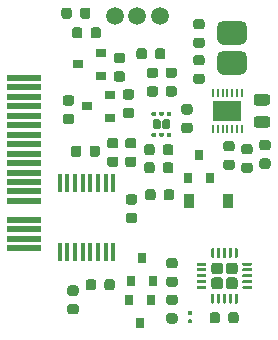
<source format=gbr>
G04 #@! TF.GenerationSoftware,KiCad,Pcbnew,(5.1.7)-1*
G04 #@! TF.CreationDate,2021-01-26T15:50:25-05:00*
G04 #@! TF.ProjectId,SmartWatch V5,536d6172-7457-4617-9463-682056352e6b,rev?*
G04 #@! TF.SameCoordinates,Original*
G04 #@! TF.FileFunction,Paste,Bot*
G04 #@! TF.FilePolarity,Positive*
%FSLAX46Y46*%
G04 Gerber Fmt 4.6, Leading zero omitted, Abs format (unit mm)*
G04 Created by KiCad (PCBNEW (5.1.7)-1) date 2021-01-26 15:50:25*
%MOMM*%
%LPD*%
G01*
G04 APERTURE LIST*
%ADD10R,0.900000X0.800000*%
%ADD11R,0.450000X1.500000*%
%ADD12R,2.387600X1.803400*%
%ADD13R,0.152400X0.711200*%
%ADD14R,0.800000X0.900000*%
%ADD15C,1.500000*%
%ADD16R,0.900000X1.200000*%
%ADD17R,3.000000X0.500000*%
G04 APERTURE END LIST*
G36*
G01*
X87378250Y-79431500D02*
X86865750Y-79431500D01*
G75*
G02*
X86647000Y-79212750I0J218750D01*
G01*
X86647000Y-78775250D01*
G75*
G02*
X86865750Y-78556500I218750J0D01*
G01*
X87378250Y-78556500D01*
G75*
G02*
X87597000Y-78775250I0J-218750D01*
G01*
X87597000Y-79212750D01*
G75*
G02*
X87378250Y-79431500I-218750J0D01*
G01*
G37*
G36*
G01*
X87378250Y-81006500D02*
X86865750Y-81006500D01*
G75*
G02*
X86647000Y-80787750I0J218750D01*
G01*
X86647000Y-80350250D01*
G75*
G02*
X86865750Y-80131500I218750J0D01*
G01*
X87378250Y-80131500D01*
G75*
G02*
X87597000Y-80350250I0J-218750D01*
G01*
X87597000Y-80787750D01*
G75*
G02*
X87378250Y-81006500I-218750J0D01*
G01*
G37*
G36*
G01*
X88996000Y-73535250D02*
X88996000Y-73022750D01*
G75*
G02*
X89214750Y-72804000I218750J0D01*
G01*
X89652250Y-72804000D01*
G75*
G02*
X89871000Y-73022750I0J-218750D01*
G01*
X89871000Y-73535250D01*
G75*
G02*
X89652250Y-73754000I-218750J0D01*
G01*
X89214750Y-73754000D01*
G75*
G02*
X88996000Y-73535250I0J218750D01*
G01*
G37*
G36*
G01*
X87421000Y-73535250D02*
X87421000Y-73022750D01*
G75*
G02*
X87639750Y-72804000I218750J0D01*
G01*
X88077250Y-72804000D01*
G75*
G02*
X88296000Y-73022750I0J-218750D01*
G01*
X88296000Y-73535250D01*
G75*
G02*
X88077250Y-73754000I-218750J0D01*
G01*
X87639750Y-73754000D01*
G75*
G02*
X87421000Y-73535250I0J218750D01*
G01*
G37*
G36*
G01*
X87246750Y-96235000D02*
X87759250Y-96235000D01*
G75*
G02*
X87978000Y-96453750I0J-218750D01*
G01*
X87978000Y-96891250D01*
G75*
G02*
X87759250Y-97110000I-218750J0D01*
G01*
X87246750Y-97110000D01*
G75*
G02*
X87028000Y-96891250I0J218750D01*
G01*
X87028000Y-96453750D01*
G75*
G02*
X87246750Y-96235000I218750J0D01*
G01*
G37*
G36*
G01*
X87246750Y-94660000D02*
X87759250Y-94660000D01*
G75*
G02*
X87978000Y-94878750I0J-218750D01*
G01*
X87978000Y-95316250D01*
G75*
G02*
X87759250Y-95535000I-218750J0D01*
G01*
X87246750Y-95535000D01*
G75*
G02*
X87028000Y-95316250I0J218750D01*
G01*
X87028000Y-94878750D01*
G75*
G02*
X87246750Y-94660000I218750J0D01*
G01*
G37*
G36*
G01*
X87407000Y-71371750D02*
X87407000Y-71884250D01*
G75*
G02*
X87188250Y-72103000I-218750J0D01*
G01*
X86750750Y-72103000D01*
G75*
G02*
X86532000Y-71884250I0J218750D01*
G01*
X86532000Y-71371750D01*
G75*
G02*
X86750750Y-71153000I218750J0D01*
G01*
X87188250Y-71153000D01*
G75*
G02*
X87407000Y-71371750I0J-218750D01*
G01*
G37*
G36*
G01*
X88982000Y-71371750D02*
X88982000Y-71884250D01*
G75*
G02*
X88763250Y-72103000I-218750J0D01*
G01*
X88325750Y-72103000D01*
G75*
G02*
X88107000Y-71884250I0J218750D01*
G01*
X88107000Y-71371750D01*
G75*
G02*
X88325750Y-71153000I218750J0D01*
G01*
X88763250Y-71153000D01*
G75*
G02*
X88982000Y-71371750I0J-218750D01*
G01*
G37*
G36*
G01*
X95193500Y-87251250D02*
X95193500Y-86738750D01*
G75*
G02*
X95412250Y-86520000I218750J0D01*
G01*
X95849750Y-86520000D01*
G75*
G02*
X96068500Y-86738750I0J-218750D01*
G01*
X96068500Y-87251250D01*
G75*
G02*
X95849750Y-87470000I-218750J0D01*
G01*
X95412250Y-87470000D01*
G75*
G02*
X95193500Y-87251250I0J218750D01*
G01*
G37*
G36*
G01*
X93618500Y-87251250D02*
X93618500Y-86738750D01*
G75*
G02*
X93837250Y-86520000I218750J0D01*
G01*
X94274750Y-86520000D01*
G75*
G02*
X94493500Y-86738750I0J-218750D01*
G01*
X94493500Y-87251250D01*
G75*
G02*
X94274750Y-87470000I-218750J0D01*
G01*
X93837250Y-87470000D01*
G75*
G02*
X93618500Y-87251250I0J218750D01*
G01*
G37*
G36*
G01*
X93757000Y-74800750D02*
X93757000Y-75313250D01*
G75*
G02*
X93538250Y-75532000I-218750J0D01*
G01*
X93100750Y-75532000D01*
G75*
G02*
X92882000Y-75313250I0J218750D01*
G01*
X92882000Y-74800750D01*
G75*
G02*
X93100750Y-74582000I218750J0D01*
G01*
X93538250Y-74582000D01*
G75*
G02*
X93757000Y-74800750I0J-218750D01*
G01*
G37*
G36*
G01*
X95332000Y-74800750D02*
X95332000Y-75313250D01*
G75*
G02*
X95113250Y-75532000I-218750J0D01*
G01*
X94675750Y-75532000D01*
G75*
G02*
X94457000Y-75313250I0J218750D01*
G01*
X94457000Y-74800750D01*
G75*
G02*
X94675750Y-74582000I218750J0D01*
G01*
X95113250Y-74582000D01*
G75*
G02*
X95332000Y-74800750I0J-218750D01*
G01*
G37*
D10*
X87900000Y-75946000D03*
X89900000Y-76896000D03*
X89900000Y-74996000D03*
D11*
X90921000Y-85950000D03*
X90271000Y-85950000D03*
X89621000Y-85950000D03*
X88971000Y-85950000D03*
X88321000Y-85950000D03*
X87671000Y-85950000D03*
X87021000Y-85950000D03*
X86371000Y-85950000D03*
X86371000Y-91850000D03*
X87021000Y-91850000D03*
X87671000Y-91850000D03*
X88321000Y-91850000D03*
X88971000Y-91850000D03*
X89621000Y-91850000D03*
X90271000Y-91850000D03*
X90921000Y-91850000D03*
G36*
G01*
X95223500Y-80591000D02*
X95568500Y-80591000D01*
G75*
G02*
X95741000Y-80763500I0J-172500D01*
G01*
X95741000Y-81288500D01*
G75*
G02*
X95568500Y-81461000I-172500J0D01*
G01*
X95223500Y-81461000D01*
G75*
G02*
X95051000Y-81288500I0J172500D01*
G01*
X95051000Y-80763500D01*
G75*
G02*
X95223500Y-80591000I172500J0D01*
G01*
G37*
G36*
G01*
X94423500Y-80591000D02*
X94768500Y-80591000D01*
G75*
G02*
X94941000Y-80763500I0J-172500D01*
G01*
X94941000Y-81288500D01*
G75*
G02*
X94768500Y-81461000I-172500J0D01*
G01*
X94423500Y-81461000D01*
G75*
G02*
X94251000Y-81288500I0J172500D01*
G01*
X94251000Y-80763500D01*
G75*
G02*
X94423500Y-80591000I172500J0D01*
G01*
G37*
G36*
G01*
X94239750Y-81726000D02*
X94452250Y-81726000D01*
G75*
G02*
X94546000Y-81819750I0J-93750D01*
G01*
X94546000Y-82007250D01*
G75*
G02*
X94452250Y-82101000I-93750J0D01*
G01*
X94239750Y-82101000D01*
G75*
G02*
X94146000Y-82007250I0J93750D01*
G01*
X94146000Y-81819750D01*
G75*
G02*
X94239750Y-81726000I93750J0D01*
G01*
G37*
G36*
G01*
X94889750Y-81726000D02*
X95102250Y-81726000D01*
G75*
G02*
X95196000Y-81819750I0J-93750D01*
G01*
X95196000Y-82007250D01*
G75*
G02*
X95102250Y-82101000I-93750J0D01*
G01*
X94889750Y-82101000D01*
G75*
G02*
X94796000Y-82007250I0J93750D01*
G01*
X94796000Y-81819750D01*
G75*
G02*
X94889750Y-81726000I93750J0D01*
G01*
G37*
G36*
G01*
X95539750Y-81726000D02*
X95752250Y-81726000D01*
G75*
G02*
X95846000Y-81819750I0J-93750D01*
G01*
X95846000Y-82007250D01*
G75*
G02*
X95752250Y-82101000I-93750J0D01*
G01*
X95539750Y-82101000D01*
G75*
G02*
X95446000Y-82007250I0J93750D01*
G01*
X95446000Y-81819750D01*
G75*
G02*
X95539750Y-81726000I93750J0D01*
G01*
G37*
G36*
G01*
X95539750Y-79951000D02*
X95752250Y-79951000D01*
G75*
G02*
X95846000Y-80044750I0J-93750D01*
G01*
X95846000Y-80232250D01*
G75*
G02*
X95752250Y-80326000I-93750J0D01*
G01*
X95539750Y-80326000D01*
G75*
G02*
X95446000Y-80232250I0J93750D01*
G01*
X95446000Y-80044750D01*
G75*
G02*
X95539750Y-79951000I93750J0D01*
G01*
G37*
G36*
G01*
X94889750Y-79951000D02*
X95102250Y-79951000D01*
G75*
G02*
X95196000Y-80044750I0J-93750D01*
G01*
X95196000Y-80232250D01*
G75*
G02*
X95102250Y-80326000I-93750J0D01*
G01*
X94889750Y-80326000D01*
G75*
G02*
X94796000Y-80232250I0J93750D01*
G01*
X94796000Y-80044750D01*
G75*
G02*
X94889750Y-79951000I93750J0D01*
G01*
G37*
G36*
G01*
X94239750Y-79951000D02*
X94452250Y-79951000D01*
G75*
G02*
X94546000Y-80044750I0J-93750D01*
G01*
X94546000Y-80232250D01*
G75*
G02*
X94452250Y-80326000I-93750J0D01*
G01*
X94239750Y-80326000D01*
G75*
G02*
X94146000Y-80232250I0J93750D01*
G01*
X94146000Y-80044750D01*
G75*
G02*
X94239750Y-79951000I93750J0D01*
G01*
G37*
G36*
G01*
X98042500Y-92728000D02*
X98742500Y-92728000D01*
G75*
G02*
X98805000Y-92790500I0J-62500D01*
G01*
X98805000Y-92915500D01*
G75*
G02*
X98742500Y-92978000I-62500J0D01*
G01*
X98042500Y-92978000D01*
G75*
G02*
X97980000Y-92915500I0J62500D01*
G01*
X97980000Y-92790500D01*
G75*
G02*
X98042500Y-92728000I62500J0D01*
G01*
G37*
G36*
G01*
X98042500Y-93228000D02*
X98742500Y-93228000D01*
G75*
G02*
X98805000Y-93290500I0J-62500D01*
G01*
X98805000Y-93415500D01*
G75*
G02*
X98742500Y-93478000I-62500J0D01*
G01*
X98042500Y-93478000D01*
G75*
G02*
X97980000Y-93415500I0J62500D01*
G01*
X97980000Y-93290500D01*
G75*
G02*
X98042500Y-93228000I62500J0D01*
G01*
G37*
G36*
G01*
X98042500Y-93728000D02*
X98742500Y-93728000D01*
G75*
G02*
X98805000Y-93790500I0J-62500D01*
G01*
X98805000Y-93915500D01*
G75*
G02*
X98742500Y-93978000I-62500J0D01*
G01*
X98042500Y-93978000D01*
G75*
G02*
X97980000Y-93915500I0J62500D01*
G01*
X97980000Y-93790500D01*
G75*
G02*
X98042500Y-93728000I62500J0D01*
G01*
G37*
G36*
G01*
X98042500Y-94228000D02*
X98742500Y-94228000D01*
G75*
G02*
X98805000Y-94290500I0J-62500D01*
G01*
X98805000Y-94415500D01*
G75*
G02*
X98742500Y-94478000I-62500J0D01*
G01*
X98042500Y-94478000D01*
G75*
G02*
X97980000Y-94415500I0J62500D01*
G01*
X97980000Y-94290500D01*
G75*
G02*
X98042500Y-94228000I62500J0D01*
G01*
G37*
G36*
G01*
X98042500Y-94728000D02*
X98742500Y-94728000D01*
G75*
G02*
X98805000Y-94790500I0J-62500D01*
G01*
X98805000Y-94915500D01*
G75*
G02*
X98742500Y-94978000I-62500J0D01*
G01*
X98042500Y-94978000D01*
G75*
G02*
X97980000Y-94915500I0J62500D01*
G01*
X97980000Y-94790500D01*
G75*
G02*
X98042500Y-94728000I62500J0D01*
G01*
G37*
G36*
G01*
X99267500Y-95378000D02*
X99392500Y-95378000D01*
G75*
G02*
X99455000Y-95440500I0J-62500D01*
G01*
X99455000Y-96140500D01*
G75*
G02*
X99392500Y-96203000I-62500J0D01*
G01*
X99267500Y-96203000D01*
G75*
G02*
X99205000Y-96140500I0J62500D01*
G01*
X99205000Y-95440500D01*
G75*
G02*
X99267500Y-95378000I62500J0D01*
G01*
G37*
G36*
G01*
X99767500Y-95378000D02*
X99892500Y-95378000D01*
G75*
G02*
X99955000Y-95440500I0J-62500D01*
G01*
X99955000Y-96140500D01*
G75*
G02*
X99892500Y-96203000I-62500J0D01*
G01*
X99767500Y-96203000D01*
G75*
G02*
X99705000Y-96140500I0J62500D01*
G01*
X99705000Y-95440500D01*
G75*
G02*
X99767500Y-95378000I62500J0D01*
G01*
G37*
G36*
G01*
X100267500Y-95378000D02*
X100392500Y-95378000D01*
G75*
G02*
X100455000Y-95440500I0J-62500D01*
G01*
X100455000Y-96140500D01*
G75*
G02*
X100392500Y-96203000I-62500J0D01*
G01*
X100267500Y-96203000D01*
G75*
G02*
X100205000Y-96140500I0J62500D01*
G01*
X100205000Y-95440500D01*
G75*
G02*
X100267500Y-95378000I62500J0D01*
G01*
G37*
G36*
G01*
X100767500Y-95378000D02*
X100892500Y-95378000D01*
G75*
G02*
X100955000Y-95440500I0J-62500D01*
G01*
X100955000Y-96140500D01*
G75*
G02*
X100892500Y-96203000I-62500J0D01*
G01*
X100767500Y-96203000D01*
G75*
G02*
X100705000Y-96140500I0J62500D01*
G01*
X100705000Y-95440500D01*
G75*
G02*
X100767500Y-95378000I62500J0D01*
G01*
G37*
G36*
G01*
X101267500Y-95378000D02*
X101392500Y-95378000D01*
G75*
G02*
X101455000Y-95440500I0J-62500D01*
G01*
X101455000Y-96140500D01*
G75*
G02*
X101392500Y-96203000I-62500J0D01*
G01*
X101267500Y-96203000D01*
G75*
G02*
X101205000Y-96140500I0J62500D01*
G01*
X101205000Y-95440500D01*
G75*
G02*
X101267500Y-95378000I62500J0D01*
G01*
G37*
G36*
G01*
X101917500Y-94728000D02*
X102617500Y-94728000D01*
G75*
G02*
X102680000Y-94790500I0J-62500D01*
G01*
X102680000Y-94915500D01*
G75*
G02*
X102617500Y-94978000I-62500J0D01*
G01*
X101917500Y-94978000D01*
G75*
G02*
X101855000Y-94915500I0J62500D01*
G01*
X101855000Y-94790500D01*
G75*
G02*
X101917500Y-94728000I62500J0D01*
G01*
G37*
G36*
G01*
X101917500Y-94228000D02*
X102617500Y-94228000D01*
G75*
G02*
X102680000Y-94290500I0J-62500D01*
G01*
X102680000Y-94415500D01*
G75*
G02*
X102617500Y-94478000I-62500J0D01*
G01*
X101917500Y-94478000D01*
G75*
G02*
X101855000Y-94415500I0J62500D01*
G01*
X101855000Y-94290500D01*
G75*
G02*
X101917500Y-94228000I62500J0D01*
G01*
G37*
G36*
G01*
X101917500Y-93728000D02*
X102617500Y-93728000D01*
G75*
G02*
X102680000Y-93790500I0J-62500D01*
G01*
X102680000Y-93915500D01*
G75*
G02*
X102617500Y-93978000I-62500J0D01*
G01*
X101917500Y-93978000D01*
G75*
G02*
X101855000Y-93915500I0J62500D01*
G01*
X101855000Y-93790500D01*
G75*
G02*
X101917500Y-93728000I62500J0D01*
G01*
G37*
G36*
G01*
X101917500Y-93228000D02*
X102617500Y-93228000D01*
G75*
G02*
X102680000Y-93290500I0J-62500D01*
G01*
X102680000Y-93415500D01*
G75*
G02*
X102617500Y-93478000I-62500J0D01*
G01*
X101917500Y-93478000D01*
G75*
G02*
X101855000Y-93415500I0J62500D01*
G01*
X101855000Y-93290500D01*
G75*
G02*
X101917500Y-93228000I62500J0D01*
G01*
G37*
G36*
G01*
X101917500Y-92728000D02*
X102617500Y-92728000D01*
G75*
G02*
X102680000Y-92790500I0J-62500D01*
G01*
X102680000Y-92915500D01*
G75*
G02*
X102617500Y-92978000I-62500J0D01*
G01*
X101917500Y-92978000D01*
G75*
G02*
X101855000Y-92915500I0J62500D01*
G01*
X101855000Y-92790500D01*
G75*
G02*
X101917500Y-92728000I62500J0D01*
G01*
G37*
G36*
G01*
X101267500Y-91503000D02*
X101392500Y-91503000D01*
G75*
G02*
X101455000Y-91565500I0J-62500D01*
G01*
X101455000Y-92265500D01*
G75*
G02*
X101392500Y-92328000I-62500J0D01*
G01*
X101267500Y-92328000D01*
G75*
G02*
X101205000Y-92265500I0J62500D01*
G01*
X101205000Y-91565500D01*
G75*
G02*
X101267500Y-91503000I62500J0D01*
G01*
G37*
G36*
G01*
X100767500Y-91503000D02*
X100892500Y-91503000D01*
G75*
G02*
X100955000Y-91565500I0J-62500D01*
G01*
X100955000Y-92265500D01*
G75*
G02*
X100892500Y-92328000I-62500J0D01*
G01*
X100767500Y-92328000D01*
G75*
G02*
X100705000Y-92265500I0J62500D01*
G01*
X100705000Y-91565500D01*
G75*
G02*
X100767500Y-91503000I62500J0D01*
G01*
G37*
G36*
G01*
X100267500Y-91503000D02*
X100392500Y-91503000D01*
G75*
G02*
X100455000Y-91565500I0J-62500D01*
G01*
X100455000Y-92265500D01*
G75*
G02*
X100392500Y-92328000I-62500J0D01*
G01*
X100267500Y-92328000D01*
G75*
G02*
X100205000Y-92265500I0J62500D01*
G01*
X100205000Y-91565500D01*
G75*
G02*
X100267500Y-91503000I62500J0D01*
G01*
G37*
G36*
G01*
X99767500Y-91503000D02*
X99892500Y-91503000D01*
G75*
G02*
X99955000Y-91565500I0J-62500D01*
G01*
X99955000Y-92265500D01*
G75*
G02*
X99892500Y-92328000I-62500J0D01*
G01*
X99767500Y-92328000D01*
G75*
G02*
X99705000Y-92265500I0J62500D01*
G01*
X99705000Y-91565500D01*
G75*
G02*
X99767500Y-91503000I62500J0D01*
G01*
G37*
G36*
G01*
X99267500Y-91503000D02*
X99392500Y-91503000D01*
G75*
G02*
X99455000Y-91565500I0J-62500D01*
G01*
X99455000Y-92265500D01*
G75*
G02*
X99392500Y-92328000I-62500J0D01*
G01*
X99267500Y-92328000D01*
G75*
G02*
X99205000Y-92265500I0J62500D01*
G01*
X99205000Y-91565500D01*
G75*
G02*
X99267500Y-91503000I62500J0D01*
G01*
G37*
G36*
G01*
X100700000Y-93973000D02*
X101210000Y-93973000D01*
G75*
G02*
X101460000Y-94223000I0J-250000D01*
G01*
X101460000Y-94733000D01*
G75*
G02*
X101210000Y-94983000I-250000J0D01*
G01*
X100700000Y-94983000D01*
G75*
G02*
X100450000Y-94733000I0J250000D01*
G01*
X100450000Y-94223000D01*
G75*
G02*
X100700000Y-93973000I250000J0D01*
G01*
G37*
G36*
G01*
X99450000Y-93973000D02*
X99960000Y-93973000D01*
G75*
G02*
X100210000Y-94223000I0J-250000D01*
G01*
X100210000Y-94733000D01*
G75*
G02*
X99960000Y-94983000I-250000J0D01*
G01*
X99450000Y-94983000D01*
G75*
G02*
X99200000Y-94733000I0J250000D01*
G01*
X99200000Y-94223000D01*
G75*
G02*
X99450000Y-93973000I250000J0D01*
G01*
G37*
G36*
G01*
X100700000Y-92723000D02*
X101210000Y-92723000D01*
G75*
G02*
X101460000Y-92973000I0J-250000D01*
G01*
X101460000Y-93483000D01*
G75*
G02*
X101210000Y-93733000I-250000J0D01*
G01*
X100700000Y-93733000D01*
G75*
G02*
X100450000Y-93483000I0J250000D01*
G01*
X100450000Y-92973000D01*
G75*
G02*
X100700000Y-92723000I250000J0D01*
G01*
G37*
G36*
G01*
X99450000Y-92723000D02*
X99960000Y-92723000D01*
G75*
G02*
X100210000Y-92973000I0J-250000D01*
G01*
X100210000Y-93483000D01*
G75*
G02*
X99960000Y-93733000I-250000J0D01*
G01*
X99450000Y-93733000D01*
G75*
G02*
X99200000Y-93483000I0J250000D01*
G01*
X99200000Y-92973000D01*
G75*
G02*
X99450000Y-92723000I250000J0D01*
G01*
G37*
D12*
X100584000Y-79883000D03*
D13*
X99384000Y-81381600D03*
X99783999Y-81381600D03*
X100184001Y-81381600D03*
X100584000Y-81381600D03*
X100983999Y-81381600D03*
X101384001Y-81381600D03*
X101784000Y-81381600D03*
X101784000Y-78384400D03*
X101384001Y-78384400D03*
X100983999Y-78384400D03*
X100584000Y-78384400D03*
X100184001Y-78384400D03*
X99783999Y-78384400D03*
X99384000Y-78384400D03*
G36*
G01*
X91183750Y-76550000D02*
X91696250Y-76550000D01*
G75*
G02*
X91915000Y-76768750I0J-218750D01*
G01*
X91915000Y-77206250D01*
G75*
G02*
X91696250Y-77425000I-218750J0D01*
G01*
X91183750Y-77425000D01*
G75*
G02*
X90965000Y-77206250I0J218750D01*
G01*
X90965000Y-76768750D01*
G75*
G02*
X91183750Y-76550000I218750J0D01*
G01*
G37*
G36*
G01*
X91183750Y-74975000D02*
X91696250Y-74975000D01*
G75*
G02*
X91915000Y-75193750I0J-218750D01*
G01*
X91915000Y-75631250D01*
G75*
G02*
X91696250Y-75850000I-218750J0D01*
G01*
X91183750Y-75850000D01*
G75*
G02*
X90965000Y-75631250I0J218750D01*
G01*
X90965000Y-75193750D01*
G75*
G02*
X91183750Y-74975000I218750J0D01*
G01*
G37*
G36*
G01*
X103048750Y-80333000D02*
X103961250Y-80333000D01*
G75*
G02*
X104205000Y-80576750I0J-243750D01*
G01*
X104205000Y-81064250D01*
G75*
G02*
X103961250Y-81308000I-243750J0D01*
G01*
X103048750Y-81308000D01*
G75*
G02*
X102805000Y-81064250I0J243750D01*
G01*
X102805000Y-80576750D01*
G75*
G02*
X103048750Y-80333000I243750J0D01*
G01*
G37*
G36*
G01*
X103048750Y-78458000D02*
X103961250Y-78458000D01*
G75*
G02*
X104205000Y-78701750I0J-243750D01*
G01*
X104205000Y-79189250D01*
G75*
G02*
X103961250Y-79433000I-243750J0D01*
G01*
X103048750Y-79433000D01*
G75*
G02*
X102805000Y-79189250I0J243750D01*
G01*
X102805000Y-78701750D01*
G75*
G02*
X103048750Y-78458000I243750J0D01*
G01*
G37*
G36*
G01*
X91945750Y-79623500D02*
X92458250Y-79623500D01*
G75*
G02*
X92677000Y-79842250I0J-218750D01*
G01*
X92677000Y-80279750D01*
G75*
G02*
X92458250Y-80498500I-218750J0D01*
G01*
X91945750Y-80498500D01*
G75*
G02*
X91727000Y-80279750I0J218750D01*
G01*
X91727000Y-79842250D01*
G75*
G02*
X91945750Y-79623500I218750J0D01*
G01*
G37*
G36*
G01*
X91945750Y-78048500D02*
X92458250Y-78048500D01*
G75*
G02*
X92677000Y-78267250I0J-218750D01*
G01*
X92677000Y-78704750D01*
G75*
G02*
X92458250Y-78923500I-218750J0D01*
G01*
X91945750Y-78923500D01*
G75*
G02*
X91727000Y-78704750I0J218750D01*
G01*
X91727000Y-78267250D01*
G75*
G02*
X91945750Y-78048500I218750J0D01*
G01*
G37*
G36*
G01*
X92712250Y-87813500D02*
X92199750Y-87813500D01*
G75*
G02*
X91981000Y-87594750I0J218750D01*
G01*
X91981000Y-87157250D01*
G75*
G02*
X92199750Y-86938500I218750J0D01*
G01*
X92712250Y-86938500D01*
G75*
G02*
X92931000Y-87157250I0J-218750D01*
G01*
X92931000Y-87594750D01*
G75*
G02*
X92712250Y-87813500I-218750J0D01*
G01*
G37*
G36*
G01*
X92712250Y-89388500D02*
X92199750Y-89388500D01*
G75*
G02*
X91981000Y-89169750I0J218750D01*
G01*
X91981000Y-88732250D01*
G75*
G02*
X92199750Y-88513500I218750J0D01*
G01*
X92712250Y-88513500D01*
G75*
G02*
X92931000Y-88732250I0J-218750D01*
G01*
X92931000Y-89169750D01*
G75*
G02*
X92712250Y-89388500I-218750J0D01*
G01*
G37*
G36*
G01*
X100967250Y-83317500D02*
X100454750Y-83317500D01*
G75*
G02*
X100236000Y-83098750I0J218750D01*
G01*
X100236000Y-82661250D01*
G75*
G02*
X100454750Y-82442500I218750J0D01*
G01*
X100967250Y-82442500D01*
G75*
G02*
X101186000Y-82661250I0J-218750D01*
G01*
X101186000Y-83098750D01*
G75*
G02*
X100967250Y-83317500I-218750J0D01*
G01*
G37*
G36*
G01*
X100967250Y-84892500D02*
X100454750Y-84892500D01*
G75*
G02*
X100236000Y-84673750I0J218750D01*
G01*
X100236000Y-84236250D01*
G75*
G02*
X100454750Y-84017500I218750J0D01*
G01*
X100967250Y-84017500D01*
G75*
G02*
X101186000Y-84236250I0J-218750D01*
G01*
X101186000Y-84673750D01*
G75*
G02*
X100967250Y-84892500I-218750J0D01*
G01*
G37*
G36*
G01*
X90164500Y-94871250D02*
X90164500Y-94358750D01*
G75*
G02*
X90383250Y-94140000I218750J0D01*
G01*
X90820750Y-94140000D01*
G75*
G02*
X91039500Y-94358750I0J-218750D01*
G01*
X91039500Y-94871250D01*
G75*
G02*
X90820750Y-95090000I-218750J0D01*
G01*
X90383250Y-95090000D01*
G75*
G02*
X90164500Y-94871250I0J218750D01*
G01*
G37*
G36*
G01*
X88589500Y-94871250D02*
X88589500Y-94358750D01*
G75*
G02*
X88808250Y-94140000I218750J0D01*
G01*
X89245750Y-94140000D01*
G75*
G02*
X89464500Y-94358750I0J-218750D01*
G01*
X89464500Y-94871250D01*
G75*
G02*
X89245750Y-95090000I-218750J0D01*
G01*
X88808250Y-95090000D01*
G75*
G02*
X88589500Y-94871250I0J218750D01*
G01*
G37*
G36*
G01*
X92136250Y-83763500D02*
X92648750Y-83763500D01*
G75*
G02*
X92867500Y-83982250I0J-218750D01*
G01*
X92867500Y-84419750D01*
G75*
G02*
X92648750Y-84638500I-218750J0D01*
G01*
X92136250Y-84638500D01*
G75*
G02*
X91917500Y-84419750I0J218750D01*
G01*
X91917500Y-83982250D01*
G75*
G02*
X92136250Y-83763500I218750J0D01*
G01*
G37*
G36*
G01*
X92136250Y-82188500D02*
X92648750Y-82188500D01*
G75*
G02*
X92867500Y-82407250I0J-218750D01*
G01*
X92867500Y-82844750D01*
G75*
G02*
X92648750Y-83063500I-218750J0D01*
G01*
X92136250Y-83063500D01*
G75*
G02*
X91917500Y-82844750I0J218750D01*
G01*
X91917500Y-82407250D01*
G75*
G02*
X92136250Y-82188500I218750J0D01*
G01*
G37*
G36*
G01*
X90612250Y-83751000D02*
X91124750Y-83751000D01*
G75*
G02*
X91343500Y-83969750I0J-218750D01*
G01*
X91343500Y-84407250D01*
G75*
G02*
X91124750Y-84626000I-218750J0D01*
G01*
X90612250Y-84626000D01*
G75*
G02*
X90393500Y-84407250I0J218750D01*
G01*
X90393500Y-83969750D01*
G75*
G02*
X90612250Y-83751000I218750J0D01*
G01*
G37*
G36*
G01*
X90612250Y-82176000D02*
X91124750Y-82176000D01*
G75*
G02*
X91343500Y-82394750I0J-218750D01*
G01*
X91343500Y-82832250D01*
G75*
G02*
X91124750Y-83051000I-218750J0D01*
G01*
X90612250Y-83051000D01*
G75*
G02*
X90393500Y-82832250I0J218750D01*
G01*
X90393500Y-82394750D01*
G75*
G02*
X90612250Y-82176000I218750J0D01*
G01*
G37*
G36*
G01*
X95628750Y-97022500D02*
X96141250Y-97022500D01*
G75*
G02*
X96360000Y-97241250I0J-218750D01*
G01*
X96360000Y-97678750D01*
G75*
G02*
X96141250Y-97897500I-218750J0D01*
G01*
X95628750Y-97897500D01*
G75*
G02*
X95410000Y-97678750I0J218750D01*
G01*
X95410000Y-97241250D01*
G75*
G02*
X95628750Y-97022500I218750J0D01*
G01*
G37*
G36*
G01*
X95628750Y-95447500D02*
X96141250Y-95447500D01*
G75*
G02*
X96360000Y-95666250I0J-218750D01*
G01*
X96360000Y-96103750D01*
G75*
G02*
X96141250Y-96322500I-218750J0D01*
G01*
X95628750Y-96322500D01*
G75*
G02*
X95410000Y-96103750I0J218750D01*
G01*
X95410000Y-95666250D01*
G75*
G02*
X95628750Y-95447500I218750J0D01*
G01*
G37*
G36*
G01*
X96141250Y-93223500D02*
X95628750Y-93223500D01*
G75*
G02*
X95410000Y-93004750I0J218750D01*
G01*
X95410000Y-92567250D01*
G75*
G02*
X95628750Y-92348500I218750J0D01*
G01*
X96141250Y-92348500D01*
G75*
G02*
X96360000Y-92567250I0J-218750D01*
G01*
X96360000Y-93004750D01*
G75*
G02*
X96141250Y-93223500I-218750J0D01*
G01*
G37*
G36*
G01*
X96141250Y-94798500D02*
X95628750Y-94798500D01*
G75*
G02*
X95410000Y-94579750I0J218750D01*
G01*
X95410000Y-94142250D01*
G75*
G02*
X95628750Y-93923500I218750J0D01*
G01*
X96141250Y-93923500D01*
G75*
G02*
X96360000Y-94142250I0J-218750D01*
G01*
X96360000Y-94579750D01*
G75*
G02*
X96141250Y-94798500I-218750J0D01*
G01*
G37*
G36*
G01*
X98427250Y-76040500D02*
X97914750Y-76040500D01*
G75*
G02*
X97696000Y-75821750I0J218750D01*
G01*
X97696000Y-75384250D01*
G75*
G02*
X97914750Y-75165500I218750J0D01*
G01*
X98427250Y-75165500D01*
G75*
G02*
X98646000Y-75384250I0J-218750D01*
G01*
X98646000Y-75821750D01*
G75*
G02*
X98427250Y-76040500I-218750J0D01*
G01*
G37*
G36*
G01*
X98427250Y-77615500D02*
X97914750Y-77615500D01*
G75*
G02*
X97696000Y-77396750I0J218750D01*
G01*
X97696000Y-76959250D01*
G75*
G02*
X97914750Y-76740500I218750J0D01*
G01*
X98427250Y-76740500D01*
G75*
G02*
X98646000Y-76959250I0J-218750D01*
G01*
X98646000Y-77396750D01*
G75*
G02*
X98427250Y-77615500I-218750J0D01*
G01*
G37*
G36*
G01*
X97411250Y-80193500D02*
X96898750Y-80193500D01*
G75*
G02*
X96680000Y-79974750I0J218750D01*
G01*
X96680000Y-79537250D01*
G75*
G02*
X96898750Y-79318500I218750J0D01*
G01*
X97411250Y-79318500D01*
G75*
G02*
X97630000Y-79537250I0J-218750D01*
G01*
X97630000Y-79974750D01*
G75*
G02*
X97411250Y-80193500I-218750J0D01*
G01*
G37*
G36*
G01*
X97411250Y-81768500D02*
X96898750Y-81768500D01*
G75*
G02*
X96680000Y-81549750I0J218750D01*
G01*
X96680000Y-81112250D01*
G75*
G02*
X96898750Y-80893500I218750J0D01*
G01*
X97411250Y-80893500D01*
G75*
G02*
X97630000Y-81112250I0J-218750D01*
G01*
X97630000Y-81549750D01*
G75*
G02*
X97411250Y-81768500I-218750J0D01*
G01*
G37*
G36*
G01*
X104015250Y-83216000D02*
X103502750Y-83216000D01*
G75*
G02*
X103284000Y-82997250I0J218750D01*
G01*
X103284000Y-82559750D01*
G75*
G02*
X103502750Y-82341000I218750J0D01*
G01*
X104015250Y-82341000D01*
G75*
G02*
X104234000Y-82559750I0J-218750D01*
G01*
X104234000Y-82997250D01*
G75*
G02*
X104015250Y-83216000I-218750J0D01*
G01*
G37*
G36*
G01*
X104015250Y-84791000D02*
X103502750Y-84791000D01*
G75*
G02*
X103284000Y-84572250I0J218750D01*
G01*
X103284000Y-84134750D01*
G75*
G02*
X103502750Y-83916000I218750J0D01*
G01*
X104015250Y-83916000D01*
G75*
G02*
X104234000Y-84134750I0J-218750D01*
G01*
X104234000Y-84572250D01*
G75*
G02*
X104015250Y-84791000I-218750J0D01*
G01*
G37*
D10*
X88678000Y-79502000D03*
X90678000Y-80452000D03*
X90678000Y-78552000D03*
D14*
X93345000Y-92329000D03*
X92395000Y-94329000D03*
X94295000Y-94329000D03*
X93157000Y-97885000D03*
X94107000Y-95885000D03*
X92207000Y-95885000D03*
X98171000Y-83582000D03*
X97221000Y-85582000D03*
X99121000Y-85582000D03*
D15*
X91059000Y-71882000D03*
X92964000Y-71882000D03*
X94869000Y-71882000D03*
G36*
G01*
X100195000Y-72279000D02*
X101735000Y-72279000D01*
G75*
G02*
X102235000Y-72779000I0J-500000D01*
G01*
X102235000Y-73779000D01*
G75*
G02*
X101735000Y-74279000I-500000J0D01*
G01*
X100195000Y-74279000D01*
G75*
G02*
X99695000Y-73779000I0J500000D01*
G01*
X99695000Y-72779000D01*
G75*
G02*
X100195000Y-72279000I500000J0D01*
G01*
G37*
G36*
G01*
X100195000Y-74819000D02*
X101735000Y-74819000D01*
G75*
G02*
X102235000Y-75319000I0J-500000D01*
G01*
X102235000Y-76319000D01*
G75*
G02*
X101735000Y-76819000I-500000J0D01*
G01*
X100195000Y-76819000D01*
G75*
G02*
X99695000Y-76319000I0J500000D01*
G01*
X99695000Y-75319000D01*
G75*
G02*
X100195000Y-74819000I500000J0D01*
G01*
G37*
G36*
G01*
X97308500Y-97529000D02*
X97509500Y-97529000D01*
G75*
G02*
X97589000Y-97608500I0J-79500D01*
G01*
X97589000Y-97767500D01*
G75*
G02*
X97509500Y-97847000I-79500J0D01*
G01*
X97308500Y-97847000D01*
G75*
G02*
X97229000Y-97767500I0J79500D01*
G01*
X97229000Y-97608500D01*
G75*
G02*
X97308500Y-97529000I79500J0D01*
G01*
G37*
G36*
G01*
X97308500Y-96839000D02*
X97509500Y-96839000D01*
G75*
G02*
X97589000Y-96918500I0J-79500D01*
G01*
X97589000Y-97077500D01*
G75*
G02*
X97509500Y-97157000I-79500J0D01*
G01*
X97308500Y-97157000D01*
G75*
G02*
X97229000Y-97077500I0J79500D01*
G01*
X97229000Y-96918500D01*
G75*
G02*
X97308500Y-96839000I79500J0D01*
G01*
G37*
D16*
X100646500Y-87503000D03*
X97346500Y-87503000D03*
G36*
G01*
X88907000Y-83568250D02*
X88907000Y-83055750D01*
G75*
G02*
X89125750Y-82837000I218750J0D01*
G01*
X89563250Y-82837000D01*
G75*
G02*
X89782000Y-83055750I0J-218750D01*
G01*
X89782000Y-83568250D01*
G75*
G02*
X89563250Y-83787000I-218750J0D01*
G01*
X89125750Y-83787000D01*
G75*
G02*
X88907000Y-83568250I0J218750D01*
G01*
G37*
G36*
G01*
X87332000Y-83568250D02*
X87332000Y-83055750D01*
G75*
G02*
X87550750Y-82837000I218750J0D01*
G01*
X87988250Y-82837000D01*
G75*
G02*
X88207000Y-83055750I0J-218750D01*
G01*
X88207000Y-83568250D01*
G75*
G02*
X87988250Y-83787000I-218750J0D01*
G01*
X87550750Y-83787000D01*
G75*
G02*
X87332000Y-83568250I0J218750D01*
G01*
G37*
G36*
G01*
X96077750Y-77094500D02*
X95565250Y-77094500D01*
G75*
G02*
X95346500Y-76875750I0J218750D01*
G01*
X95346500Y-76438250D01*
G75*
G02*
X95565250Y-76219500I218750J0D01*
G01*
X96077750Y-76219500D01*
G75*
G02*
X96296500Y-76438250I0J-218750D01*
G01*
X96296500Y-76875750D01*
G75*
G02*
X96077750Y-77094500I-218750J0D01*
G01*
G37*
G36*
G01*
X96077750Y-78669500D02*
X95565250Y-78669500D01*
G75*
G02*
X95346500Y-78450750I0J218750D01*
G01*
X95346500Y-78013250D01*
G75*
G02*
X95565250Y-77794500I218750J0D01*
G01*
X96077750Y-77794500D01*
G75*
G02*
X96296500Y-78013250I0J-218750D01*
G01*
X96296500Y-78450750D01*
G75*
G02*
X96077750Y-78669500I-218750J0D01*
G01*
G37*
G36*
G01*
X101978750Y-84271500D02*
X102491250Y-84271500D01*
G75*
G02*
X102710000Y-84490250I0J-218750D01*
G01*
X102710000Y-84927750D01*
G75*
G02*
X102491250Y-85146500I-218750J0D01*
G01*
X101978750Y-85146500D01*
G75*
G02*
X101760000Y-84927750I0J218750D01*
G01*
X101760000Y-84490250D01*
G75*
G02*
X101978750Y-84271500I218750J0D01*
G01*
G37*
G36*
G01*
X101978750Y-82696500D02*
X102491250Y-82696500D01*
G75*
G02*
X102710000Y-82915250I0J-218750D01*
G01*
X102710000Y-83352750D01*
G75*
G02*
X102491250Y-83571500I-218750J0D01*
G01*
X101978750Y-83571500D01*
G75*
G02*
X101760000Y-83352750I0J218750D01*
G01*
X101760000Y-82915250D01*
G75*
G02*
X101978750Y-82696500I218750J0D01*
G01*
G37*
G36*
G01*
X94490250Y-77094500D02*
X93977750Y-77094500D01*
G75*
G02*
X93759000Y-76875750I0J218750D01*
G01*
X93759000Y-76438250D01*
G75*
G02*
X93977750Y-76219500I218750J0D01*
G01*
X94490250Y-76219500D01*
G75*
G02*
X94709000Y-76438250I0J-218750D01*
G01*
X94709000Y-76875750D01*
G75*
G02*
X94490250Y-77094500I-218750J0D01*
G01*
G37*
G36*
G01*
X94490250Y-78669500D02*
X93977750Y-78669500D01*
G75*
G02*
X93759000Y-78450750I0J218750D01*
G01*
X93759000Y-78013250D01*
G75*
G02*
X93977750Y-77794500I218750J0D01*
G01*
X94490250Y-77794500D01*
G75*
G02*
X94709000Y-78013250I0J-218750D01*
G01*
X94709000Y-78450750D01*
G75*
G02*
X94490250Y-78669500I-218750J0D01*
G01*
G37*
G36*
G01*
X94417500Y-82928750D02*
X94417500Y-83441250D01*
G75*
G02*
X94198750Y-83660000I-218750J0D01*
G01*
X93761250Y-83660000D01*
G75*
G02*
X93542500Y-83441250I0J218750D01*
G01*
X93542500Y-82928750D01*
G75*
G02*
X93761250Y-82710000I218750J0D01*
G01*
X94198750Y-82710000D01*
G75*
G02*
X94417500Y-82928750I0J-218750D01*
G01*
G37*
G36*
G01*
X95992500Y-82928750D02*
X95992500Y-83441250D01*
G75*
G02*
X95773750Y-83660000I-218750J0D01*
G01*
X95336250Y-83660000D01*
G75*
G02*
X95117500Y-83441250I0J218750D01*
G01*
X95117500Y-82928750D01*
G75*
G02*
X95336250Y-82710000I218750J0D01*
G01*
X95773750Y-82710000D01*
G75*
G02*
X95992500Y-82928750I0J-218750D01*
G01*
G37*
G36*
G01*
X99954500Y-97152750D02*
X99954500Y-97665250D01*
G75*
G02*
X99735750Y-97884000I-218750J0D01*
G01*
X99298250Y-97884000D01*
G75*
G02*
X99079500Y-97665250I0J218750D01*
G01*
X99079500Y-97152750D01*
G75*
G02*
X99298250Y-96934000I218750J0D01*
G01*
X99735750Y-96934000D01*
G75*
G02*
X99954500Y-97152750I0J-218750D01*
G01*
G37*
G36*
G01*
X101529500Y-97152750D02*
X101529500Y-97665250D01*
G75*
G02*
X101310750Y-97884000I-218750J0D01*
G01*
X100873250Y-97884000D01*
G75*
G02*
X100654500Y-97665250I0J218750D01*
G01*
X100654500Y-97152750D01*
G75*
G02*
X100873250Y-96934000I218750J0D01*
G01*
X101310750Y-96934000D01*
G75*
G02*
X101529500Y-97152750I0J-218750D01*
G01*
G37*
G36*
G01*
X94417500Y-84452750D02*
X94417500Y-84965250D01*
G75*
G02*
X94198750Y-85184000I-218750J0D01*
G01*
X93761250Y-85184000D01*
G75*
G02*
X93542500Y-84965250I0J218750D01*
G01*
X93542500Y-84452750D01*
G75*
G02*
X93761250Y-84234000I218750J0D01*
G01*
X94198750Y-84234000D01*
G75*
G02*
X94417500Y-84452750I0J-218750D01*
G01*
G37*
G36*
G01*
X95992500Y-84452750D02*
X95992500Y-84965250D01*
G75*
G02*
X95773750Y-85184000I-218750J0D01*
G01*
X95336250Y-85184000D01*
G75*
G02*
X95117500Y-84965250I0J218750D01*
G01*
X95117500Y-84452750D01*
G75*
G02*
X95336250Y-84234000I218750J0D01*
G01*
X95773750Y-84234000D01*
G75*
G02*
X95992500Y-84452750I0J-218750D01*
G01*
G37*
G36*
G01*
X98427250Y-72992500D02*
X97914750Y-72992500D01*
G75*
G02*
X97696000Y-72773750I0J218750D01*
G01*
X97696000Y-72336250D01*
G75*
G02*
X97914750Y-72117500I218750J0D01*
G01*
X98427250Y-72117500D01*
G75*
G02*
X98646000Y-72336250I0J-218750D01*
G01*
X98646000Y-72773750D01*
G75*
G02*
X98427250Y-72992500I-218750J0D01*
G01*
G37*
G36*
G01*
X98427250Y-74567500D02*
X97914750Y-74567500D01*
G75*
G02*
X97696000Y-74348750I0J218750D01*
G01*
X97696000Y-73911250D01*
G75*
G02*
X97914750Y-73692500I218750J0D01*
G01*
X98427250Y-73692500D01*
G75*
G02*
X98646000Y-73911250I0J-218750D01*
G01*
X98646000Y-74348750D01*
G75*
G02*
X98427250Y-74567500I-218750J0D01*
G01*
G37*
D17*
X83388200Y-91497800D03*
X83387000Y-90703000D03*
X83387000Y-89903000D03*
X83387000Y-89103000D03*
X83387000Y-87503000D03*
X83387000Y-86703000D03*
X83387000Y-85903000D03*
X83387000Y-85103000D03*
X83387000Y-84303000D03*
X83387000Y-83503000D03*
X83387000Y-82703000D03*
X83387000Y-81903000D03*
X83387000Y-81103000D03*
X83387000Y-80303000D03*
X83387000Y-79503000D03*
X83387000Y-78703000D03*
X83387000Y-77903000D03*
X83387000Y-77103000D03*
M02*

</source>
